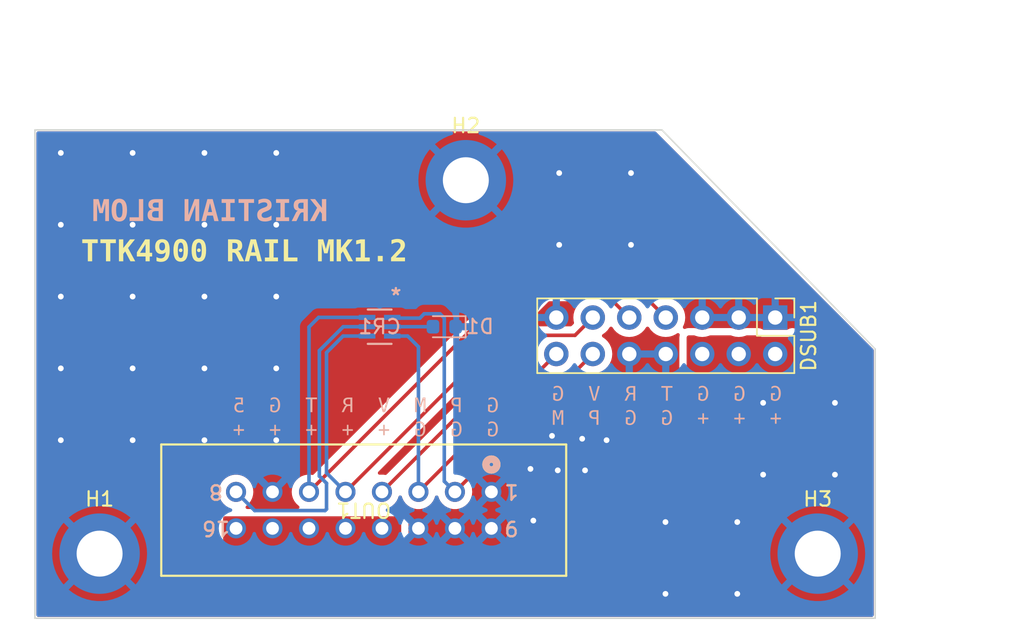
<source format=kicad_pcb>
(kicad_pcb (version 20221018) (generator pcbnew)
  (layers (0 "F.Cu" signal) (31 "B.Cu" signal) (34 "B.Paste" user) (35 "F.Paste" user) (36 "B.SilkS" user "B.Silkscreen") (37 "F.SilkS" user "F.Silkscreen") (38 "B.Mask" user) (39 "F.Mask" user) (44 "Edge.Cuts" user))
  (net 0 "")
  (net 1 "Net-(D1-A)")
  (net 2 "GND")
  (net 3 "/DP_OUT")
  (net 4 "/DM_OUT")
  (net 5 "/VB_OUT")
  (net 6 "/UART_RX")
  (net 7 "/UART_TX")
  (net 8 "+5V")
  (net 9 "+48V")
  (footprint "MountingHole:MountingHole_3.2mm_M3_DIN965_Pad_TopBottom" (layer "F.Cu") (at 107.85 50.7)
    (fp_text reference "H2" (at 0 -3.8) (layer "F.SilkS"))
    (fp_text value "MountingHole_Pad")
    (pad "1" thru_hole circle (at 0 0) (size 3.6 3.6) (drill 3.2) (layers "*.Cu" "*.Mask") (net 2 "GND"))
    (pad "1" connect circle (at 0 0) (size 5.6 5.6) (layers "F.Cu" "F.Mask") (net 2 "GND"))
    (pad "1" connect circle (at 0 0) (size 5.6 5.6) (layers "B.Cu" "B.Mask") (net 2 "GND"))
  )
  (footprint "2-1761603-6:2-1761603-6_TYC" (layer "F.Cu") (at 109.63 72.4 180)
    (fp_text reference "OUT1" (at 8.89 -1.27 180 unlocked) (layer "F.SilkS"))
    (fp_text value "Conn_02x08_Top_Bottom")
    (fp_text user "9" (at -1.397 -2.54 180 unlocked) (layer "B.SilkS"))
    (fp_text user "8" (at 19.177 0 180 unlocked) (layer "B.SilkS"))
    (fp_text user "1" (at -1.397 0 180 unlocked) (layer "B.SilkS"))
    (fp_text user "16" (at 19.177 -2.54 180 unlocked) (layer "B.SilkS"))
    (fp_text user "1" (at -1.397 0 180 unlocked) (layer "F.SilkS"))
    (fp_text user "9" (at -1.397 -2.54 180 unlocked) (layer "F.SilkS"))
    (fp_text user "8" (at 19.177 0 180 unlocked) (layer "F.SilkS"))
    (fp_text user "16" (at 19.177 -2.54 180 unlocked) (layer "F.SilkS"))
    (fp_circle (center 0 1.905) (end 0.381 1.905) (stroke (width 0.508)) (fill none) (layer "B.SilkS"))
    (fp_line (start -5.207 -5.842) (end -5.207 3.302) (stroke (width 0.1524)) (layer "F.SilkS"))
    (fp_line (start -5.207 3.302) (end 22.987 3.302) (stroke (width 0.1524)) (layer "F.SilkS"))
    (fp_line (start 22.987 -5.842) (end -5.207 -5.842) (stroke (width 0.1524)) (layer "F.SilkS"))
    (fp_line (start 22.987 3.302) (end 22.987 -5.842) (stroke (width 0.1524)) (layer "F.SilkS"))
    (fp_circle (center 0 1.905) (end 0.381 1.905) (stroke (width 0.508)) (fill none) (layer "F.SilkS"))
    (pad "1" thru_hole circle (at 0 0 180) (size 1.397 1.397) (drill 0.889) (layers "*.Cu" "*.Mask") (net 2 "GND"))
    (pad "2" thru_hole circle (at 2.54 0 180) (size 1.397 1.397) (drill 0.889) (layers "*.Cu" "*.Mask") (net 3 "/DP_OUT"))
    (pad "3" thru_hole circle (at 5.08 0 180) (size 1.397 1.397) (drill 0.889) (layers "*.Cu" "*.Mask") (net 4 "/DM_OUT"))
    (pad "4" thru_hole circle (at 7.62 0 180) (size 1.397 1.397) (drill 0.889) (layers "*.Cu" "*.Mask") (net 5 "/VB_OUT"))
    (pad "5" thru_hole circle (at 10.16 0 180) (size 1.397 1.397) (drill 0.889) (layers "*.Cu" "*.Mask") (net 6 "/UART_RX"))
    (pad "6" thru_hole circle (at 12.7 0 180) (size 1.397 1.397) (drill 0.889) (layers "*.Cu" "*.Mask") (net 7 "/UART_TX"))
    (pad "7" thru_hole circle (at 15.24 0 180) (size 1.397 1.397) (drill 0.889) (layers "*.Cu" "*.Mask") (net 2 "GND"))
    (pad "8" thru_hole circle (at 17.78 0 180) (size 1.397 1.397) (drill 0.889) (layers "*.Cu" "*.Mask") (net 8 "+5V"))
    (pad "9" thru_hole circle (at 0 -2.54 180) (size 1.397 1.397) (drill 0.889) (layers "*.Cu" "*.Mask") (net 2 "GND"))
    (pad "10" thru_hole circle (at 2.54 -2.54 180) (size 1.397 1.397) (drill 0.889) (layers "*.Cu" "*.Mask") (net 2 "GND"))
    (pad "11" thru_hole circle (at 5.08 -2.54 180) (size 1.397 1.397) (drill 0.889) (layers "*.Cu" "*.Mask") (net 2 "GND"))
    (pad "12" thru_hole circle (at 7.62 -2.54 180) (size 1.397 1.397) (drill 0.889) (layers "*.Cu" "*.Mask") (net 9 "+48V"))
    (pad "13" thru_hole circle (at 10.16 -2.54 180) (size 1.397 1.397) (drill 0.889) (layers "*.Cu" "*.Mask") (net 9 "+48V"))
    (pad "14" thru_hole circle (at 12.7 -2.54 180) (size 1.397 1.397) (drill 0.889) (layers "*.Cu" "*.Mask") (net 9 "+48V"))
    (pad "15" thru_hole circle (at 15.24 -2.54 180) (size 1.397 1.397) (drill 0.889) (layers "*.Cu" "*.Mask") (net 9 "+48V"))
    (pad "16" thru_hole circle (at 17.78 -2.54 180) (size 1.397 1.397) (drill 0.889) (layers "*.Cu" "*.Mask") (net 9 "+48V"))
  )
  (footprint "MountingHole:MountingHole_3.2mm_M3_DIN965_Pad_TopBottom" (layer "F.Cu") (at 132.35 76.7)
    (fp_text reference "H3" (at 0 -3.8) (layer "F.SilkS"))
    (fp_text value "MountingHole_Pad")
    (pad "1" thru_hole circle (at 0 0) (size 3.6 3.6) (drill 3.2) (layers "*.Cu" "*.Mask") (net 2 "GND"))
    (pad "1" connect circle (at 0 0) (size 5.6 5.6) (layers "F.Cu" "F.Mask") (net 2 "GND"))
    (pad "1" connect circle (at 0 0) (size 5.6 5.6) (layers "B.Cu" "B.Mask") (net 2 "GND"))
  )
  (footprint "MountingHole:MountingHole_3.2mm_M3_DIN965_Pad_TopBottom" (layer "F.Cu") (at 82.35 76.7)
    (fp_text reference "H1" (at 0 -3.8) (layer "F.SilkS"))
    (fp_text value "MountingHole_Pad")
    (pad "1" thru_hole circle (at 0 0) (size 3.6 3.6) (drill 3.2) (layers "*.Cu" "*.Mask") (net 2 "GND"))
    (pad "1" connect circle (at 0 0) (size 5.6 5.6) (layers "F.Cu" "F.Mask") (net 2 "GND"))
    (pad "1" connect circle (at 0 0) (size 5.6 5.6) (layers "B.Cu" "B.Mask") (net 2 "GND"))
  )
  (footprint "Connector_PinHeader_2.54mm:PinHeader_2x07_P2.54mm_Vertical" (layer "F.Cu") (at 129.39 60.26 -90)
    (fp_text reference "DSUB1" (at 1.27 -2.33 90) (layer "F.SilkS"))
    (fp_text value "Conn_02x07_Odd_Even")
    (fp_line (start -1.33 -1.33) (end 0 -1.33) (stroke (width 0.12)) (layer "F.SilkS"))
    (fp_line (start -1.33 0) (end -1.33 -1.33) (stroke (width 0.12)) (layer "F.SilkS"))
    (fp_line (start -1.33 1.27) (end -1.33 16.57) (stroke (width 0.12)) (layer "F.SilkS"))
    (fp_line (start -1.33 1.27) (end 1.27 1.27) (stroke (width 0.12)) (layer "F.SilkS"))
    (fp_line (start -1.33 16.57) (end 3.87 16.57) (stroke (width 0.12)) (layer "F.SilkS"))
    (fp_line (start 1.27 -1.33) (end 3.87 -1.33) (stroke (width 0.12)) (layer "F.SilkS"))
    (fp_line (start 1.27 1.27) (end 1.27 -1.33) (stroke (width 0.12)) (layer "F.SilkS"))
    (fp_line (start 3.87 -1.33) (end 3.87 16.57) (stroke (width 0.12)) (layer "F.SilkS"))
    (pad "1" thru_hole rect (at 0 0 270) (size 1.7 1.7) (drill 1) (layers "*.Cu" "*.Mask") (net 2 "GND"))
    (pad "2" thru_hole oval (at 2.54 0 270) (size 1.7 1.7) (drill 1) (layers "*.Cu" "*.Mask") (net 9 "+48V"))
    (pad "3" thru_hole oval (at 0 2.54 270) (size 1.7 1.7) (drill 1) (layers "*.Cu" "*.Mask") (net 2 "GND"))
    (pad "4" thru_hole oval (at 2.54 2.54 270) (size 1.7 1.7) (drill 1) (layers "*.Cu" "*.Mask") (net 9 "+48V"))
    (pad "5" thru_hole oval (at 0 5.08 270) (size 1.7 1.7) (drill 1) (layers "*.Cu" "*.Mask") (net 2 "GND"))
    (pad "6" thru_hole oval (at 2.54 5.08 270) (size 1.7 1.7) (drill 1) (layers "*.Cu" "*.Mask") (net 9 "+48V"))
    (pad "7" thru_hole oval (at 0 7.62 270) (size 1.7 1.7) (drill 1) (layers "*.Cu" "*.Mask") (net 7 "/UART_TX"))
    (pad "8" thru_hole oval (at 2.54 7.62 270) (size 1.7 1.7) (drill 1) (layers "*.Cu" "*.Mask") (net 2 "GND"))
    (pad "9" thru_hole oval (at 0 10.16 270) (size 1.7 1.7) (drill 1) (layers "*.Cu" "*.Mask") (net 6 "/UART_RX"))
    (pad "10" thru_hole oval (at 2.54 10.16 270) (size 1.7 1.7) (drill 1) (layers "*.Cu" "*.Mask") (net 2 "GND"))
    (pad "11" thru_hole oval (at 0 12.7 270) (size 1.7 1.7) (drill 1) (layers "*.Cu" "*.Mask") (net 5 "/VB_OUT"))
    (pad "12" thru_hole oval (at 2.54 12.7 270) (size 1.7 1.7) (drill 1) (layers "*.Cu" "*.Mask") (net 3 "/DP_OUT"))
    (pad "13" thru_hole oval (at 0 15.24 270) (size 1.7 1.7) (drill 1) (layers "*.Cu" "*.Mask") (net 2 "GND"))
    (pad "14" thru_hole oval (at 2.54 15.24 270) (size 1.7 1.7) (drill 1) (layers "*.Cu" "*.Mask") (net 4 "/DM_OUT"))
  )
  (footprint "CDSC706:CDSC706-0504C_BRN" (layer "B.Cu") (at 101.85 60.9 180)
    (fp_text reference "CR1" (at 0 0 unlocked) (layer "B.SilkS") (effects (justify mirror)))
    (fp_text value "CDSC706-0504C")
    (fp_text user "*" (at -1.1303 2.1478 unlocked) (layer "B.SilkS") (effects (justify mirror)))
    (fp_text user "*" (at -1.1303 2.1478) (layer "B.SilkS") (effects (justify mirror)))
    (fp_line (start -0.8255 -1.1938) (end 0.8255 -1.1938) (stroke (width 0.1524)) (layer "B.SilkS"))
    (fp_line (start 0.8255 1.1938) (end -0.8255 1.1938) (stroke (width 0.1524)) (layer "B.SilkS"))
    (pad "1" smd rect (at -0.8763 0.649999 180) (size 1.157199 0.3548) (layers "B.Cu" "B.Paste" "B.Mask") (net 3 "/DP_OUT"))
    (pad "2" smd rect (at -0.8763 0 180) (size 1.157199 0.3548) (layers "B.Cu" "B.Paste" "B.Mask") (net 1 "Net-(D1-A)"))
    (pad "3" smd rect (at -0.8763 -0.649999 180) (size 1.157199 0.3548) (layers "B.Cu" "B.Paste" "B.Mask") (net 4 "/DM_OUT"))
    (pad "4" smd rect (at 0.8763 -0.649999 180) (size 1.157199 0.3548) (layers "B.Cu" "B.Paste" "B.Mask") (net 6 "/UART_RX"))
    (pad "5" smd rect (at 0.8763 0 180) (size 1.157199 0.3548) (layers "B.Cu" "B.Paste" "B.Mask") (net 8 "+5V"))
    (pad "6" smd rect (at 0.8763 0.649999 180) (size 1.157199 0.3548) (layers "B.Cu" "B.Paste" "B.Mask") (net 7 "/UART_TX"))
  )
  (footprint "LED_SMD:LED_0603_1608Metric" (layer "B.Cu") (at 106.35 60.9 180)
    (fp_text reference "D1" (at -2.468306 0.009336) (layer "B.SilkS") (effects (justify mirror)))
    (fp_text value "LED")
    (fp_line (start -1.485 -0.735) (end 0.8 -0.735) (stroke (width 0.12)) (layer "B.SilkS"))
    (fp_line (start -1.485 0.735) (end -1.485 -0.735) (stroke (width 0.12)) (layer "B.SilkS"))
    (fp_line (start 0.8 0.735) (end -1.485 0.735) (stroke (width 0.12)) (layer "B.SilkS"))
    (pad "1" smd roundrect (at -0.7875 0 180) (size 0.875 0.95) (layers "B.Cu" "B.Paste" "B.Mask") (net 2 "GND"))
    (pad "2" smd roundrect (at 0.7875 0 180) (size 0.875 0.95) (layers "B.Cu" "B.Paste" "B.Mask") (net 1 "Net-(D1-A)"))
  )
  (gr_line (start 77.85 81.2) (end 77.85 47.2) (stroke (width 0.1)) (layer "Edge.Cuts"))
  (gr_line (start 136.35 62.45) (end 136.35 81.2) (stroke (width 0.1)) (layer "Edge.Cuts"))
  (gr_line (start 136.35 81.2) (end 77.85 81.2) (stroke (width 0.1)) (layer "Edge.Cuts"))
  (gr_line (start 121.5 47.2) (end 136.35 62.45) (stroke (width 0.1)) (layer "Edge.Cuts"))
  (gr_line (start 77.85 47.2) (end 121.5 47.2) (stroke (width 0.1)) (layer "Edge.Cuts"))
  (gr_text "G  G  G  T  R  V  G\n+  +  +  G  G  P  M" (at 129.85 67.9) (layer "B.SilkS") (effects (font (size 1 1) (thickness 0.1875)) (justify left bottom mirror)))
  (gr_text "G  P  M  V  R  T  G  5\nG  G  G  +  +  +  +  +" (at 110.15 68.7) (layer "B.SilkS") (effects (font (size 1 1) (thickness 0.1875)) (justify left bottom mirror)))
  (gr_text "KRISTIAN BLOM" (at 98.25 53.8) (layer "B.SilkS") (effects (font (size 1.5 1.5) (thickness 0.3) bold) (justify left bottom mirror)))
  (gr_text "TTK4900 RAIL MK1.2" (at 81.05 56.6) (layer "F.SilkS") (effects (font (size 1.5 1.5) (thickness 0.3) bold) (justify left bottom)))
  (segment (start 105.5625 60.9) (end 102.7263 60.9) (width 0.25) (layer "B.Cu") (net 1))
  (via (at 79.65 63.8) (size 0.8) (drill 0.4) (layers "F.Cu" "B.Cu") (net 2))
  (via (at 114.35 55.2) (size 0.8) (drill 0.4) (layers "F.Cu" "B.Cu") (net 2))
  (via (at 84.65 68.8) (size 0.8) (drill 0.4) (layers "F.Cu" "B.Cu") (net 2))
  (via (at 79.65 68.8) (size 0.8) (drill 0.4) (layers "F.Cu" "B.Cu") (net 2))
  (via (at 89.65 48.8) (size 0.8) (drill 0.4) (layers "F.Cu" "B.Cu") (net 2))
  (via (at 84.65 48.8) (size 0.8) (drill 0.4) (layers "F.Cu" "B.Cu") (net 2))
  (via (at 128.55 71.2) (size 0.8) (drill 0.4) (layers "F.Cu" "B.Cu") (net 2))
  (via (at 89.65 68.8) (size 0.8) (drill 0.4) (layers "F.Cu" "B.Cu") (net 2))
  (via (at 119.35 55.2) (size 0.8) (drill 0.4) (layers "F.Cu" "B.Cu") (net 2))
  (via (at 89.65 58.8) (size 0.8) (drill 0.4) (layers "F.Cu" "B.Cu") (net 2))
  (via (at 116.15 70.9) (size 0.8) (drill 0.4) (layers "F.Cu" "B.Cu") (net 2))
  (via (at 114.25 70.9) (size 0.8) (drill 0.4) (layers "F.Cu" "B.Cu") (net 2))
  (via (at 79.65 58.8) (size 0.8) (drill 0.4) (layers "F.Cu" "B.Cu") (net 2))
  (via (at 112.35 70.8) (size 0.8) (drill 0.4) (layers "F.Cu" "B.Cu") (net 2))
  (via (at 94.65 68.8) (size 0.8) (drill 0.4) (layers "F.Cu" "B.Cu") (net 2))
  (via (at 119.35 50.2) (size 0.8) (drill 0.4) (layers "F.Cu" "B.Cu") (net 2))
  (via (at 94.65 63.8) (size 0.8) (drill 0.4) (layers "F.Cu" "B.Cu") (net 2))
  (via (at 133.55 66.2) (size 0.8) (drill 0.4) (layers "F.Cu" "B.Cu") (net 2))
  (via (at 115.95 68.7) (size 0.8) (drill 0.4) (layers "F.Cu" "B.Cu") (net 2))
  (via (at 117.65 68.8) (size 0.8) (drill 0.4) (layers "F.Cu" "B.Cu") (net 2))
  (via (at 126.75 74.5) (size 0.8) (drill 0.4) (layers "F.Cu" "B.Cu") (net 2))
  (via (at 133.55 71.2) (size 0.8) (drill 0.4) (layers "F.Cu" "B.Cu") (net 2))
  (via (at 94.65 53.8) (size 0.8) (drill 0.4) (layers "F.Cu" "B.Cu") (net 2))
  (via (at 113.85 68.5) (size 0.8) (drill 0.4) (layers "F.Cu" "B.Cu") (net 2))
  (via (at 84.65 63.8) (size 0.8) (drill 0.4) (layers "F.Cu" "B.Cu") (net 2))
  (via (at 89.65 53.8) (size 0.8) (drill 0.4) (layers "F.Cu" "B.Cu") (net 2))
  (via (at 126.75 79.5) (size 0.8) (drill 0.4) (layers "F.Cu" "B.Cu") (net 2))
  (via (at 94.65 48.8) (size 0.8) (drill 0.4) (layers "F.Cu" "B.Cu") (net 2))
  (via (at 79.65 53.8) (size 0.8) (drill 0.4) (layers "F.Cu" "B.Cu") (net 2))
  (via (at 84.65 53.8) (size 0.8) (drill 0.4) (layers "F.Cu" "B.Cu") (net 2))
  (via (at 114.35 50.2) (size 0.8) (drill 0.4) (layers "F.Cu" "B.Cu") (net 2))
  (via (at 121.75 74.5) (size 0.8) (drill 0.4) (layers "F.Cu" "B.Cu") (net 2))
  (via (at 84.65 58.8) (size 0.8) (drill 0.4) (layers "F.Cu" "B.Cu") (net 2))
  (via (at 89.65 63.8) (size 0.8) (drill 0.4) (layers "F.Cu" "B.Cu") (net 2))
  (via (at 128.55 66.2) (size 0.8) (drill 0.4) (layers "F.Cu" "B.Cu") (net 2))
  (via (at 121.75 79.5) (size 0.8) (drill 0.4) (layers "F.Cu" "B.Cu") (net 2))
  (via (at 79.65 48.8) (size 0.8) (drill 0.4) (layers "F.Cu" "B.Cu") (net 2))
  (via (at 112.55 74.4) (size 0.8) (drill 0.4) (layers "F.Cu" "B.Cu") (net 2))
  (via (at 94.65 58.8) (size 0.8) (drill 0.4) (layers "F.Cu" "B.Cu") (net 2))
  (segment (start 107.09 72.4) (end 116.69 62.8) (width 0.25) (layer "F.Cu") (net 3))
  (segment (start 106.05 60) (end 104.95 60) (width 0.25) (layer "B.Cu") (net 3))
  (segment (start 104.95 60) (end 104.65 60.3) (width 0.25) (layer "B.Cu") (net 3))
  (segment (start 107.09 72.4) (end 106.35 71.66) (width 0.25) (layer "B.Cu") (net 3))
  (segment (start 106.35 71.66) (end 106.35 60.3) (width 0.25) (layer "B.Cu") (net 3))
  (segment (start 102.776299 60.3) (end 102.7263 60.250001) (width 0.25) (layer "B.Cu") (net 3))
  (segment (start 106.35 60.3) (end 106.05 60) (width 0.25) (layer "B.Cu") (net 3))
  (segment (start 104.65 60.3) (end 102.776299 60.3) (width 0.25) (layer "B.Cu") (net 3))
  (segment (start 104.55 72.4) (end 114.15 62.8) (width 0.25) (layer "F.Cu") (net 4))
  (segment (start 103.799999 61.549999) (end 102.7263 61.549999) (width 0.25) (layer "B.Cu") (net 4))
  (segment (start 104.55 62.3) (end 103.799999 61.549999) (width 0.25) (layer "B.Cu") (net 4))
  (segment (start 104.55 72.4) (end 104.55 62.3) (width 0.25) (layer "B.Cu") (net 4))
  (segment (start 112.91 61.5) (end 115.45 61.5) (width 0.25) (layer "F.Cu") (net 5))
  (segment (start 102.01 72.4) (end 112.91 61.5) (width 0.25) (layer "F.Cu") (net 5))
  (segment (start 115.45 61.5) (end 116.69 60.26) (width 0.25) (layer "F.Cu") (net 5))
  (segment (start 99.47 72.4) (end 113.37 58.5) (width 0.25) (layer "F.Cu") (net 6))
  (segment (start 117.47 58.5) (end 119.23 60.26) (width 0.25) (layer "F.Cu") (net 6))
  (segment (start 113.37 58.5) (end 117.47 58.5) (width 0.25) (layer "F.Cu") (net 6))
  (segment (start 99.47 72.4) (end 98.15 71.08) (width 0.25) (layer "B.Cu") (net 6))
  (segment (start 99.300001 61.549999) (end 100.9737 61.549999) (width 0.25) (layer "B.Cu") (net 6))
  (segment (start 98.15 62.7) (end 99.300001 61.549999) (width 0.25) (layer "B.Cu") (net 6))
  (segment (start 98.15 71.08) (end 98.15 62.7) (width 0.25) (layer "B.Cu") (net 6))
  (segment (start 96.93 72.4) (end 111.43 57.9) (width 0.25) (layer "F.Cu") (net 7))
  (segment (start 111.43 57.9) (end 119.41 57.9) (width 0.25) (layer "F.Cu") (net 7))
  (segment (start 119.41 57.9) (end 121.77 60.26) (width 0.25) (layer "F.Cu") (net 7))
  (segment (start 96.93 72.4) (end 96.93 60.92) (width 0.25) (layer "B.Cu") (net 7))
  (segment (start 97.599999 60.250001) (end 100.9737 60.250001) (width 0.25) (layer "B.Cu") (net 7))
  (segment (start 96.93 60.92) (end 97.599999 60.250001) (width 0.25) (layer "B.Cu") (net 7))
  (segment (start 98.15 73.6) (end 98.15 71.8) (width 0.25) (layer "B.Cu") (net 8))
  (segment (start 97.65 71.3) (end 97.65 62.563604) (width 0.25) (layer "B.Cu") (net 8))
  (segment (start 98.15 71.8) (end 97.65 71.3) (width 0.25) (layer "B.Cu") (net 8))
  (segment (start 98.05 73.7) (end 98.15 73.6) (width 0.25) (layer "B.Cu") (net 8))
  (segment (start 97.65 62.563604) (end 99.313604 60.9) (width 0.25) (layer "B.Cu") (net 8))
  (segment (start 99.313604 60.9) (end 100.9737 60.9) (width 0.25) (layer "B.Cu") (net 8))
  (segment (start 91.85 72.4) (end 93.15 73.7) (width 0.25) (layer "B.Cu") (net 8))
  (segment (start 93.15 73.7) (end 98.05 73.7) (width 0.25) (layer "B.Cu") (net 8))
  (segment (start 99.85 78.8) (end 99.15 78.1) (width 3) (layer "F.Cu") (net 9))
  (segment (start 124.75 67.6) (end 113.55 78.8) (width 3) (layer "F.Cu") (net 9))
  (segment (start 124.75 65.4) (end 124.75 67.6) (width 3) (layer "F.Cu") (net 9))
  (segment (start 113.55 78.8) (end 99.85 78.8) (width 3) (layer "F.Cu") (net 9))
  (zone (net 9) (net_name "+48V") (layer "F.Cu") (priority 10) (connect_pads yes (clearance 0.5)) (min_thickness 0.25) (fill yes (thermal_gap 0.5) (thermal_bridge_width 0.5))
    (polygon (pts (xy 123.322097 61.5) (xy 130.722097 61.5) (xy 130.622097 66.5) (xy 129.85 66.5) (xy 125.622097 66.5) (xy 123.222097 64.1) (xy 123.222097 61.6)))
  )
  (zone (net 2) (net_name "GND") (layer "F.Cu") (priority 1) (connect_pads yes (clearance 0.5)) (min_thickness 0.25) (fill yes (thermal_gap 0.5) (thermal_bridge_width 0.5))
    (polygon (pts (xy 77.95 47.3) (xy 77.95 81.1) (xy 136.25 81.1) (xy 136.25 62.5) (xy 121.05 47.3) (xy 120.85 47.3)))
  )
  (zone (net 9) (net_name "+48V") (layer "F.Cu") (priority 3) (connect_pads yes (clearance 0.5)) (min_thickness 0.25) (fill yes (thermal_gap 0.5) (thermal_bridge_width 0.5))
    (polygon (pts (xy 90.95 74.1) (xy 103.15 74.1) (xy 103.35 74.3) (xy 103.35 80.2) (xy 94.45 80.2) (xy 90.95 76.7)))
  )
  (zone (net 2) (net_name "GND") (layer "B.Cu") (priority 2) (connect_pads (clearance 0.5)) (min_thickness 0.25) (fill yes (thermal_gap 0.5) (thermal_bridge_width 0.5))
    (polygon (pts (xy 77.95 47.3) (xy 77.95 81.1) (xy 136.25 81.1) (xy 136.25 62.5) (xy 121.05 47.3)))
  )
)
</source>
